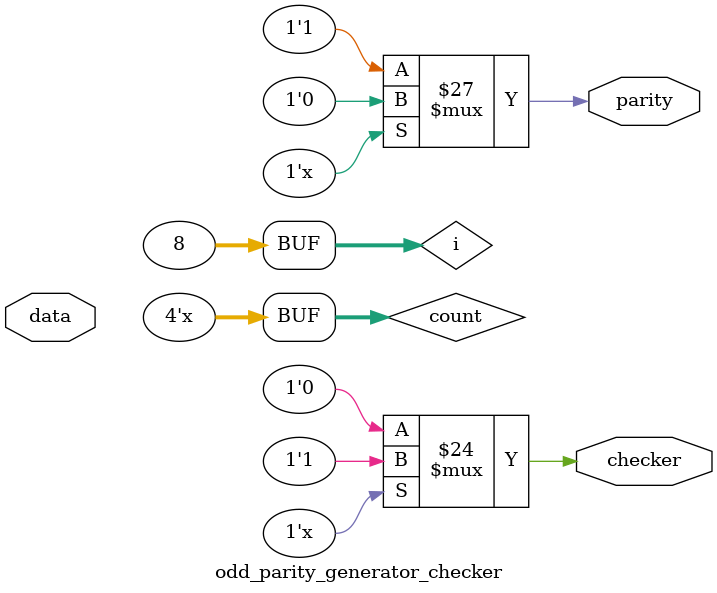
<source format=v>
`timescale 1ns / 1ps
module odd_parity_generator_checker(input [7:0] data,output reg parity,checker);
integer i=0;
reg [3:0] count=0;
always @(*) begin
    for(i=0;i<8;i=i+1) begin
        if(data[i]==1)
            count=count+1;
    end
    if(count%2) begin
        parity=0;
        checker=1;
    end
    else begin
        parity=1;
        checker=0;
    end
end
endmodule

</source>
